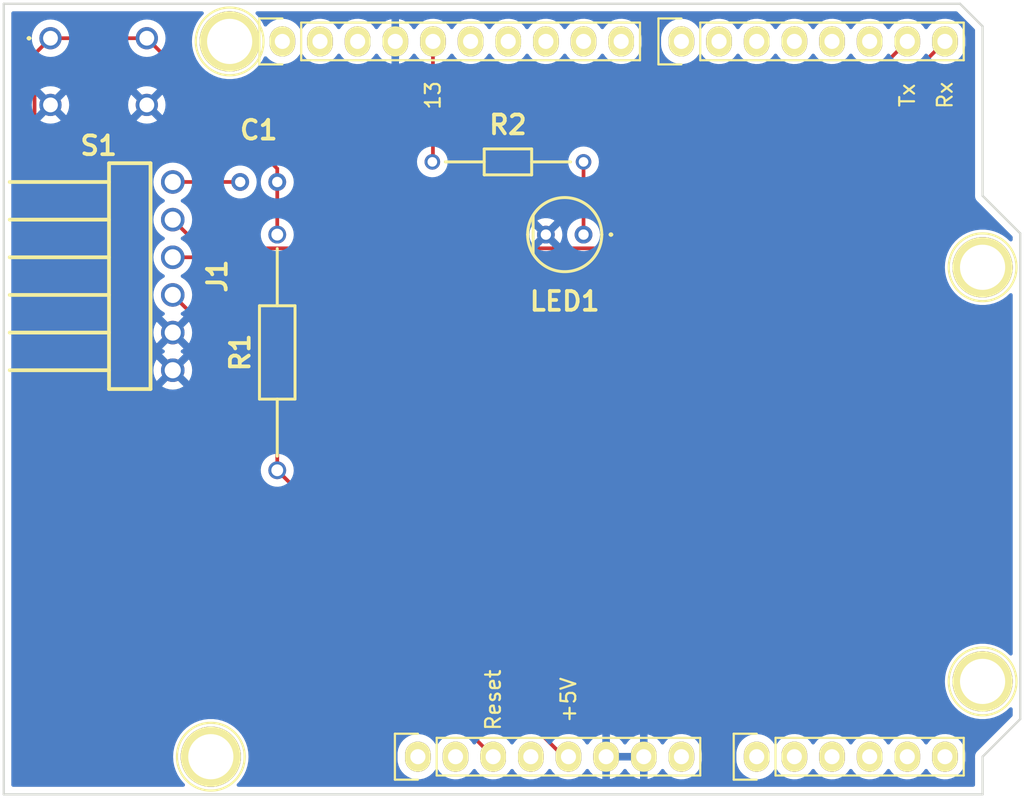
<source format=kicad_pcb>
(kicad_pcb (version 20211014) (generator pcbnew)
  (title_block (date "lun. 30 mars 2015"))
  (layers (0 "F.Cu" signal) (31 "B.Cu" signal) (34 "B.Paste" user) (35 "F.Paste" user) (36 "B.SilkS" user "B.Silkscreen") (37 "F.SilkS" user "F.Silkscreen") (38 "B.Mask" user) (39 "F.Mask" user) (44 "Edge.Cuts" user))
  (net 0 "")
  (net 1 "/IOREF")
  (net 2 "/Reset")
  (net 3 "+5V")
  (net 4 "GND")
  (net 5 "/Vin")
  (net 6 "/A0")
  (net 7 "/A1")
  (net 8 "/A2")
  (net 9 "/A3")
  (net 10 "/AREF")
  (net 11 "/A4(SDA)")
  (net 12 "/A5(SCL)")
  (net 13 "/9(**)")
  (net 14 "/8")
  (net 15 "/7")
  (net 16 "/6(**)")
  (net 17 "/5(**)")
  (net 18 "/4")
  (net 19 "/3(**)")
  (net 20 "/2")
  (net 21 "/1(Tx)")
  (net 22 "/0(Rx)")
  (net 23 "Net-(LED1-Pad1)")
  (net 24 "Net-(C1-Pad2)")
  (net 27 "/13(SCK)")
  (net 28 "/11(**{slash}MOSI)")
  (net 29 "/10(**{slash}SS)")
  (net 30 "+3V3")
  (net 31 "/12(MISO)")
  (footprint "Socket_Arduino_Uno:Socket_Strip_Arduino_1x08" (layer "F.Cu") (at 138.938 123.825)
    (fp_text reference "P1" hide)
    (fp_text value "Power" hide)
    (fp_line (start 19.05 1.27) (end 19.05 -1.27) (layer "F.SilkS") (width 0.15))
    (fp_line (start 19.05 -1.27) (end 1.27 -1.27) (layer "F.SilkS") (width 0.15))
    (fp_line (start 1.27 1.27) (end 19.05 1.27) (layer "F.SilkS") (width 0.15))
    (fp_line (start 1.27 1.27) (end 1.27 -1.27) (layer "F.SilkS") (width 0.15))
    (fp_line (start -1.55 1.55) (end 0 1.55) (layer "F.SilkS") (width 0.15))
    (fp_line (start -1.55 -1.55) (end -1.55 1.55) (layer "F.SilkS") (width 0.15))
    (fp_line (start 0 -1.55) (end -1.55 -1.55) (layer "F.SilkS") (width 0.15))
    (pad "1" thru_hole oval locked (at 0 0) (size 1.7272 2.032) (drill 1.016) (layers *.Cu *.Mask "F.SilkS"))
    (pad "2" thru_hole oval locked (at 2.54 0) (size 1.7272 2.032) (drill 1.016) (layers *.Cu *.Mask "F.SilkS") (net 1 "/IOREF"))
    (pad "3" thru_hole oval locked (at 5.08 0) (size 1.7272 2.032) (drill 1.016) (layers *.Cu *.Mask "F.SilkS") (net 2 "/Reset"))
    (pad "4" thru_hole oval locked (at 7.62 0) (size 1.7272 2.032) (drill 1.016) (layers *.Cu *.Mask "F.SilkS") (net 30 "+3V3"))
    (pad "5" thru_hole oval locked (at 10.16 0) (size 1.7272 2.032) (drill 1.016) (layers *.Cu *.Mask "F.SilkS") (net 3 "+5V"))
    (pad "6" thru_hole oval locked (at 12.7 0) (size 1.7272 2.032) (drill 1.016) (layers *.Cu *.Mask "F.SilkS") (net 4 "GND"))
    (pad "7" thru_hole oval locked (at 15.24 0) (size 1.7272 2.032) (drill 1.016) (layers *.Cu *.Mask "F.SilkS") (net 4 "GND"))
    (pad "8" thru_hole oval locked (at 17.78 0) (size 1.7272 2.032) (drill 1.016) (layers *.Cu *.Mask "F.SilkS") (net 5 "/Vin"))
  )
  (footprint "Socket_Arduino_Uno:Socket_Strip_Arduino_1x06" (layer "F.Cu") (at 161.798 123.825)
    (fp_text reference "P2" hide)
    (fp_text value "Analog" hide)
    (fp_line (start 13.97 -1.27) (end 1.27 -1.27) (layer "F.SilkS") (width 0.15))
    (fp_line (start 13.97 1.27) (end 13.97 -1.27) (layer "F.SilkS") (width 0.15))
    (fp_line (start -1.55 1.55) (end 0 1.55) (layer "F.SilkS") (width 0.15))
    (fp_line (start 1.27 1.27) (end 1.27 -1.27) (layer "F.SilkS") (width 0.15))
    (fp_line (start -1.55 -1.55) (end -1.55 1.55) (layer "F.SilkS") (width 0.15))
    (fp_line (start 1.27 1.27) (end 13.97 1.27) (layer "F.SilkS") (width 0.15))
    (fp_line (start 0 -1.55) (end -1.55 -1.55) (layer "F.SilkS") (width 0.15))
    (pad "1" thru_hole oval locked (at 0 0) (size 1.7272 2.032) (drill 1.016) (layers *.Cu *.Mask "F.SilkS") (net 6 "/A0"))
    (pad "2" thru_hole oval locked (at 2.54 0) (size 1.7272 2.032) (drill 1.016) (layers *.Cu *.Mask "F.SilkS") (net 7 "/A1"))
    (pad "3" thru_hole oval locked (at 5.08 0) (size 1.7272 2.032) (drill 1.016) (layers *.Cu *.Mask "F.SilkS") (net 8 "/A2"))
    (pad "4" thru_hole oval locked (at 7.62 0) (size 1.7272 2.032) (drill 1.016) (layers *.Cu *.Mask "F.SilkS") (net 9 "/A3"))
    (pad "5" thru_hole oval locked (at 10.16 0) (size 1.7272 2.032) (drill 1.016) (layers *.Cu *.Mask "F.SilkS") (net 11 "/A4(SDA)"))
    (pad "6" thru_hole oval locked (at 12.7 0) (size 1.7272 2.032) (drill 1.016) (layers *.Cu *.Mask "F.SilkS") (net 12 "/A5(SCL)"))
  )
  (footprint "Socket_Arduino_Uno:Socket_Strip_Arduino_1x10" (layer "F.Cu") (at 129.794 75.565)
    (fp_text reference "P3" hide)
    (fp_text value "Digital" hide)
    (fp_line (start -1.55 -1.55) (end -1.55 1.55) (layer "F.SilkS") (width 0.15))
    (fp_line (start 24.13 -1.27) (end 1.27 -1.27) (layer "F.SilkS") (width 0.15))
    (fp_line (start -1.55 1.55) (end 0 1.55) (layer "F.SilkS") (width 0.15))
    (fp_line (start 24.13 1.27) (end 24.13 -1.27) (layer "F.SilkS") (width 0.15))
    (fp_line (start 0 -1.55) (end -1.55 -1.55) (layer "F.SilkS") (width 0.15))
    (fp_line (start 1.27 1.27) (end 1.27 -1.27) (layer "F.SilkS") (width 0.15))
    (fp_line (start 1.27 1.27) (end 24.13 1.27) (layer "F.SilkS") (width 0.15))
    (pad "1" thru_hole oval locked (at 0 0) (size 1.7272 2.032) (drill 1.016) (layers *.Cu *.Mask "F.SilkS"))
    (pad "2" thru_hole oval locked (at 2.54 0) (size 1.7272 2.032) (drill 1.016) (layers *.Cu *.Mask "F.SilkS"))
    (pad "3" thru_hole oval locked (at 5.08 0) (size 1.7272 2.032) (drill 1.016) (layers *.Cu *.Mask "F.SilkS") (net 10 "/AREF"))
    (pad "4" thru_hole oval locked (at 7.62 0) (size 1.7272 2.032) (drill 1.016) (layers *.Cu *.Mask "F.SilkS") (net 4 "GND"))
    (pad "5" thru_hole oval locked (at 10.16 0) (size 1.7272 2.032) (drill 1.016) (layers *.Cu *.Mask "F.SilkS") (net 27 "/13(SCK)"))
    (pad "6" thru_hole oval locked (at 12.7 0) (size 1.7272 2.032) (drill 1.016) (layers *.Cu *.Mask "F.SilkS") (net 31 "/12(MISO)"))
    (pad "7" thru_hole oval locked (at 15.24 0) (size 1.7272 2.032) (drill 1.016) (layers *.Cu *.Mask "F.SilkS") (net 28 "/11(**{slash}MOSI)"))
    (pad "8" thru_hole oval locked (at 17.78 0) (size 1.7272 2.032) (drill 1.016) (layers *.Cu *.Mask "F.SilkS") (net 29 "/10(**{slash}SS)"))
    (pad "9" thru_hole oval locked (at 20.32 0) (size 1.7272 2.032) (drill 1.016) (layers *.Cu *.Mask "F.SilkS") (net 13 "/9(**)"))
    (pad "10" thru_hole oval locked (at 22.86 0) (size 1.7272 2.032) (drill 1.016) (layers *.Cu *.Mask "F.SilkS") (net 14 "/8"))
  )
  (footprint "Socket_Arduino_Uno:Socket_Strip_Arduino_1x08" (layer "F.Cu") (at 156.718 75.565)
    (fp_text reference "P4" hide)
    (fp_text value "Digital" hide)
    (fp_line (start 0 -1.55) (end -1.55 -1.55) (layer "F.SilkS") (width 0.15))
    (fp_line (start -1.55 -1.55) (end -1.55 1.55) (layer "F.SilkS") (width 0.15))
    (fp_line (start 19.05 1.27) (end 19.05 -1.27) (layer "F.SilkS") (width 0.15))
    (fp_line (start 1.27 1.27) (end 1.27 -1.27) (layer "F.SilkS") (width 0.15))
    (fp_line (start 19.05 -1.27) (end 1.27 -1.27) (layer "F.SilkS") (width 0.15))
    (fp_line (start 1.27 1.27) (end 19.05 1.27) (layer "F.SilkS") (width 0.15))
    (fp_line (start -1.55 1.55) (end 0 1.55) (layer "F.SilkS") (width 0.15))
    (pad "1" thru_hole oval locked (at 0 0) (size 1.7272 2.032) (drill 1.016) (layers *.Cu *.Mask "F.SilkS") (net 15 "/7"))
    (pad "2" thru_hole oval locked (at 2.54 0) (size 1.7272 2.032) (drill 1.016) (layers *.Cu *.Mask "F.SilkS") (net 16 "/6(**)"))
    (pad "3" thru_hole oval locked (at 5.08 0) (size 1.7272 2.032) (drill 1.016) (layers *.Cu *.Mask "F.SilkS") (net 17 "/5(**)"))
    (pad "4" thru_hole oval locked (at 7.62 0) (size 1.7272 2.032) (drill 1.016) (layers *.Cu *.Mask "F.SilkS") (net 18 "/4"))
    (pad "5" thru_hole oval locked (at 10.16 0) (size 1.7272 2.032) (drill 1.016) (layers *.Cu *.Mask "F.SilkS") (net 19 "/3(**)"))
    (pad "6" thru_hole oval locked (at 12.7 0) (size 1.7272 2.032) (drill 1.016) (layers *.Cu *.Mask "F.SilkS") (net 20 "/2"))
    (pad "7" thru_hole oval locked (at 15.24 0) (size 1.7272 2.032) (drill 1.016) (layers *.Cu *.Mask "F.SilkS") (net 21 "/1(Tx)"))
    (pad "8" thru_hole oval locked (at 17.78 0) (size 1.7272 2.032) (drill 1.016) (layers *.Cu *.Mask "F.SilkS") (net 22 "/0(Rx)"))
  )
  (footprint "Socket_Arduino_Uno:Arduino_1pin" (layer "F.Cu") (at 124.968 123.825)
    (fp_text reference "P5" hide)
    (fp_text value "CONN_01X01" hide)
    (fp_circle (center 0 0) (end 0 -2.286) (layer "F.SilkS") (width 0.15) (fill none))
    (pad "1" thru_hole circle locked (at 0 0) (size 4.064 4.064) (drill 3.048) (layers *.Cu *.Mask "F.SilkS"))
  )
  (footprint "Socket_Arduino_Uno:Arduino_1pin" (layer "F.Cu") (at 177.038 118.745)
    (fp_text reference "P6" hide)
    (fp_text value "CONN_01X01" hide)
    (fp_circle (center 0 0) (end 0 -2.286) (layer "F.SilkS") (width 0.15) (fill none))
    (pad "1" thru_hole circle locked (at 0 0) (size 4.064 4.064) (drill 3.048) (layers *.Cu *.Mask "F.SilkS"))
  )
  (footprint "Socket_Arduino_Uno:Arduino_1pin" (layer "F.Cu") (at 126.238 75.565)
    (fp_text reference "P7" hide)
    (fp_text value "CONN_01X01" hide)
    (fp_circle (center 0 0) (end 0 -2.286) (layer "F.SilkS") (width 0.15) (fill none))
    (pad "1" thru_hole circle locked (at 0 0) (size 4.064 4.064) (drill 3.048) (layers *.Cu *.Mask "F.SilkS"))
  )
  (footprint "Socket_Arduino_Uno:Arduino_1pin" (layer "F.Cu") (at 177.038 90.805)
    (fp_text reference "P8" hide)
    (fp_text value "CONN_01X01" hide)
    (fp_circle (center 0 0) (end 0 -2.286) (layer "F.SilkS") (width 0.15) (fill none))
    (pad "1" thru_hole circle locked (at 0 0) (size 4.064 4.064) (drill 3.048) (layers *.Cu *.Mask "F.SilkS"))
  )
  (footprint "ardustack-io:RESAD1020W45L320D175" (layer "F.Cu") (at 145.014 83.693)
    (fp_text reference "R2" (at 0 -2.5) (layer "F.SilkS") (effects (font (size 1.27 1.27) (thickness 0.254))))
    (fp_text value "CFS1_4C331J" hide)
    (fp_line (start 1.6 0) (end 4.225 0) (layer "F.SilkS") (width 0.2))
    (fp_line (start -1.6 0.875) (end -1.6 -0.875) (layer "F.SilkS") (width 0.2))
    (fp_line (start -1.6 -0.875) (end 1.6 -0.875) (layer "F.SilkS") (width 0.2))
    (fp_line (start 1.6 0.875) (end -1.6 0.875) (layer "F.SilkS") (width 0.2))
    (fp_line (start 1.6 -0.875) (end 1.6 0.875) (layer "F.SilkS") (width 0.2))
    (fp_line (start -4.225 0) (end -1.6 0) (layer "F.SilkS") (width 0.2))
    (pad "1" thru_hole circle (at -5.1 0) (size 1.05 1.05) (drill 0.65) (layers *.Cu *.Mask) (net 27 "/13(SCK)"))
    (pad "2" thru_hole circle (at 5.1 0) (size 1.05 1.05) (drill 0.65) (layers *.Cu *.Mask) (net 23 "Net-(LED1-Pad1)"))
  )
  (footprint "ardustack-io:K105Z20Y5VF5TL2" (layer "F.Cu") (at 128.2 85.05 180)
    (fp_text reference "C1" (at 0 3.5) (layer "F.SilkS") (effects (font (size 1.27 1.27) (thickness 0.254))))
    (fp_text value "K105Z20Y5VF5TL2" hide)
    (pad "1" thru_hole circle (at -1.25 0 180) (size 1.2 1.2) (drill 0.7) (layers *.Cu *.Mask) (net 2 "/Reset"))
    (pad "2" thru_hole circle (at 1.25 0 180) (size 1.2 1.2) (drill 0.7) (layers *.Cu *.Mask) (net 24 "Net-(C1-Pad2)"))
  )
  (footprint "ardustack-io:PTS645SL502LFS" (layer "F.Cu") (at 117.4 77.6)
    (fp_text reference "S1" (at 0 5) (layer "F.SilkS") (effects (font (size 1.27 1.27) (thickness 0.254))))
    (fp_text value "PTS645SL502LFS" hide)
    (fp_line (start -4.65 -2.25) (end -4.65 -2.25) (layer "F.SilkS") (width 0.2))
    (fp_line (start -4.75 -2.25) (end -4.75 -2.25) (layer "F.SilkS") (width 0.2))
    (fp_line (start -4.75 -2.25) (end -4.75 -2.25) (layer "F.SilkS") (width 0.2))
    (fp_arc (start -4.65 -2.25) (mid -4.7 -2.2) (end -4.75 -2.25) (layer "F.SilkS") (width 0.2))
    (fp_arc (start -4.75 -2.25) (mid -4.7 -2.3) (end -4.65 -2.25) (layer "F.SilkS") (width 0.2))
    (fp_arc (start -4.65 -2.25) (mid -4.7 -2.2) (end -4.75 -2.25) (layer "F.SilkS") (width 0.2))
    (pad "1" thru_hole circle (at -3.25 -2.25) (size 1.5 1.5) (drill 1) (layers *.Cu *.Mask) (net 2 "/Reset"))
    (pad "2" thru_hole circle (at 3.25 -2.25) (size 1.5 1.5) (drill 1) (layers *.Cu *.Mask) (net 2 "/Reset"))
    (pad "3" thru_hole circle (at -3.25 2.25) (size 1.5 1.5) (drill 1) (layers *.Cu *.Mask) (net 4 "GND"))
    (pad "4" thru_hole circle (at 3.25 2.25) (size 1.5 1.5) (drill 1) (layers *.Cu *.Mask) (net 4 "GND"))
  )
  (footprint "ardustack-io:C503BRCNCW0Z0AA2" (layer "F.Cu") (at 148.844 88.6 180)
    (fp_text reference "LED1" (at 0 -4.5) (layer "F.SilkS") (effects (font (size 1.27 1.27) (thickness 0.254))))
    (fp_text value "C503B-RCN-CW0Z0AA2" hide)
    (fp_line (start -3.17 0) (end -3.17 0) (layer "F.SilkS") (width 0.2))
    (fp_line (start -3.07 0) (end -3.07 0) (layer "F.SilkS") (width 0.2))
    (fp_line (start -3.17 0) (end -3.17 0) (layer "F.SilkS") (width 0.2))
    (fp_line (start 2.5 0) (end 2.5 0) (layer "F.SilkS") (width 0.2))
    (fp_line (start -2.5 0) (end -2.5 0) (layer "F.SilkS") (width 0.2))
    (fp_line (start 2.13 -1.3) (end 2.13 1.3) (layer "F.SilkS") (width 0.2))
    (fp_arc (start -3.07 0) (mid -3.12 0.05) (end -3.17 0) (layer "F.SilkS") (width 0.2))
    (fp_arc (start -3.17 0) (mid -3.12 -0.05) (end -3.07 0) (layer "F.SilkS") (width 0.2))
    (fp_arc (start 2.5 0) (mid 0 2.5) (end -2.5 0) (layer "F.SilkS") (width 0.2))
    (fp_arc (start -3.07 0) (mid -3.12 0.05) (end -3.17 0) (layer "F.SilkS") (width 0.2))
    (fp_arc (start -2.5 0) (mid 0 -2.5) (end 2.5 0) (layer "F.SilkS") (width 0.2))
    (pad "1" thru_hole circle (at -1.27 0 180) (size 1.2 1.2) (drill 0.7) (layers *.Cu *.Mask) (net 23 "Net-(LED1-Pad1)"))
    (pad "2" thru_hole circle (at 1.27 0 180) (size 1.2 1.2) (drill 0.7) (layers *.Cu *.Mask) (net 4 "GND"))
  )
  (footprint "ardustack-io:825437-6" (layer "F.Cu") (at 122.4 91.4 90)
    (fp_text reference "J1" (at 0 3 90) (layer "F.SilkS") (effects (font (size 1.27 1.27) (thickness 0.254))))
    (fp_text value "825437-6" hide)
    (fp_line (start 7.62 -1.5) (end 7.62 -4.3) (layer "F.SilkS") (width 0.254))
    (fp_line (start -7.62 -4.3) (end -7.62 -1.5) (layer "F.SilkS") (width 0.254))
    (fp_line (start -7.62 -1.5) (end 7.62 -1.5) (layer "F.SilkS") (width 0.254))
    (fp_line (start -6.35 -4.3) (end -6.35 -11) (layer "F.SilkS") (width 0.254))
    (fp_line (start -1.27 -4.3) (end -1.27 -11) (layer "F.SilkS") (width 0.254))
    (fp_line (start -3.81 -4.3) (end -3.81 -11) (layer "F.SilkS") (width 0.254))
    (fp_line (start 1.27 -4.3) (end 1.27 -11) (layer "F.SilkS") (width 0.254))
    (fp_line (start 3.81 -4.3) (end 3.81 -11) (layer "F.SilkS") (width 0.254))
    (fp_line (start 7.62 -4.3) (end -7.62 -4.3) (layer "F.SilkS") (width 0.254))
    (fp_line (start 6.35 -4.3) (end 6.35 -11) (layer "F.SilkS") (width 0.254))
    (pad "1" thru_hole circle (at -6.35 0 90) (size 1.59 1.59) (drill 1.09) (layers *.Cu *.Mask) (net 4 "GND"))
    (pad "2" thru_hole circle (at -3.81 0 90) (size 1.59 1.59) (drill 1.09) (layers *.Cu *.Mask) (net 4 "GND"))
    (pad "3" thru_hole circle (at -1.27 0 90) (size 1.59 1.59) (drill 1.09) (layers *.Cu *.Mask) (net 3 "+5V"))
    (pad "4" thru_hole circle (at 1.27 0 90) (size 1.59 1.59) (drill 1.09) (layers *.Cu *.Mask) (net 22 "/0(Rx)"))
    (pad "5" thru_hole circle (at 3.81 0 90) (size 1.59 1.59) (drill 1.09) (layers *.Cu *.Mask) (net 21 "/1(Tx)"))
    (pad "6" thru_hole circle (at 6.35 0 90) (size 1.59 1.59) (drill 1.09) (layers *.Cu *.Mask) (net 24 "Net-(C1-Pad2)"))
  )
  (footprint "ardustack-io:RESAD1590W60L630D240" (layer "F.Cu") (at 129.45 96.55 90)
    (fp_text reference "R1" (at 0 -2.5 90) (layer "F.SilkS") (effects (font (size 1.27 1.27) (thickness 0.254))))
    (fp_text value "CFR-25JR-52-10K" hide)
    (fp_line (start -3.15 -1.2) (end 3.15 -1.2) (layer "F.SilkS") (width 0.2))
    (fp_line (start 3.15 -1.2) (end 3.15 1.2) (layer "F.SilkS") (width 0.2))
    (fp_line (start 3.15 1.2) (end -3.15 1.2) (layer "F.SilkS") (width 0.2))
    (fp_line (start 3.15 0) (end 7 0) (layer "F.SilkS") (width 0.2))
    (fp_line (start -7 0) (end -3.15 0) (layer "F.SilkS") (width 0.2))
    (fp_line (start -3.15 1.2) (end -3.15 -1.2) (layer "F.SilkS") (width 0.2))
    (pad "1" thru_hole circle (at -7.95 0 90) (size 1.2 1.2) (drill 0.8) (layers *.Cu *.Mask) (net 3 "+5V"))
    (pad "2" thru_hole circle (at 7.95 0 90) (size 1.2 1.2) (drill 0.8) (layers *.Cu *.Mask) (net 2 "/Reset"))
  )
  (gr_line (start 179.578 88.519) (end 177.038 85.979) (layer "Edge.Cuts") (width 0.15))
  (gr_line (start 177.038 126.365) (end 177.038 123.825) (layer "Edge.Cuts") (width 0.15))
  (gr_line (start 177.038 74.549) (end 175.514 73.025) (layer "Edge.Cuts") (width 0.15))
  (gr_line (start 177.038 123.825) (end 179.578 121.285) (layer "Edge.Cuts") (width 0.15))
  (gr_line (start 110.998 73.025) (end 110.998 126.365) (layer "Edge.Cuts") (width 0.15))
  (gr_line (start 179.578 121.285) (end 179.578 88.519) (layer "Edge.Cuts") (width 0.15))
  (gr_line (start 110.998 126.365) (end 177.038 126.365) (layer "Edge.Cuts") (width 0.15))
  (gr_line (start 175.514 73.025) (end 110.998 73.025) (layer "Edge.Cuts") (width 0.15))
  (gr_line (start 177.038 85.979) (end 177.038 74.549) (layer "Edge.Cuts") (width 0.15))
  (gr_text "Reset" (at 144.018 120 90) (layer "F.SilkS") (effects (font (size 1 1))))
  (gr_text "+5V" (at 149.098 120 90) (layer "F.SilkS") (effects (font (size 1 1))))
  (gr_text "Rx" (at 174.498 79.2 90) (layer "F.SilkS") (effects (font (size 1 1))))
  (gr_text "13" (at 139.954 79.2 90) (layer "F.SilkS") (effects (font (size 1 1))))
  (gr_text "Tx" (at 171.958 79.2 90) (layer "F.SilkS") (effects (font (size 1 1))))
  (segment (start 113.075489 92.882489) (end 113.075489 76.424511) (width 0.25) (layer "F.Cu") (net 2))
  (segment (start 129.45 85.05) (end 129.45 88.6) (width 0.25) (layer "F.Cu") (net 2))
  (segment (start 129.45 84.15) (end 129.45 85.05) (width 0.25) (layer "F.Cu") (net 2))
  (segment (start 113.075489 76.424511) (end 114.15 75.35) (width 0.25) (layer "F.Cu") (net 2))
  (segment (start 114.15 75.35) (end 120.65 75.35) (width 0.25) (layer "F.Cu") (net 2))
  (segment (start 120.65 75.35) (end 129.45 84.15) (width 0.25) (layer "F.Cu") (net 2))
  (segment (start 144.018 123.825) (end 113.075489 92.882489) (width 0.25) (layer "F.Cu") (net 2))
  (segment (start 129.45 104.5) (end 148.775 123.825) (width 0.25) (layer "F.Cu") (net 3))
  (segment (start 129.45 99.72) (end 129.45 104.5) (width 0.25) (layer "F.Cu") (net 3))
  (segment (start 122.4 92.67) (end 129.45 99.72) (width 0.25) (layer "F.Cu") (net 3))
  (segment (start 148.775 123.825) (end 149.098 123.825) (width 0.25) (layer "F.Cu") (net 3))
  (segment (start 122.4 87.59) (end 124.334511 89.524511) (width 0.25) (layer "F.Cu") (net 21))
  (segment (start 124.334511 89.524511) (end 157.998489 89.524511) (width 0.25) (layer "F.Cu") (net 21))
  (segment (start 157.998489 89.524511) (end 171.958 75.565) (width 0.25) (layer "F.Cu") (net 21))
  (segment (start 122.4 90.13) (end 159.933 90.13) (width 0.25) (layer "F.Cu") (net 22))
  (segment (start 159.933 90.13) (end 174.498 75.565) (width 0.25) (layer "F.Cu") (net 22))
  (segment (start 150.114 83.693) (end 150.114 88.6) (width 0.25) (layer "F.Cu") (net 23))
  (segment (start 122.4 85.05) (end 126.95 85.05) (width 0.25) (layer "F.Cu") (net 24))
  (segment (start 139.954 75.565) (end 139.954 83.653) (width 0.25) (layer "F.Cu") (net 27))
  (segment (start 139.954 83.653) (end 139.914 83.693) (width 0.25) (layer "F.Cu") (net 27))
  (zone (net 4) (net_name "GND") (layer "B.Cu") (connect_pads (clearance 0.508)) (min_thickness 0.254) (fill yes (thermal_gap 0.508) (thermal_bridge_width 0.508))
    (polygon (pts (xy 179.832 126.619) (xy 110.744 126.619) (xy 110.744 72.771) (xy 179.832 72.771)))
  )
)
</source>
